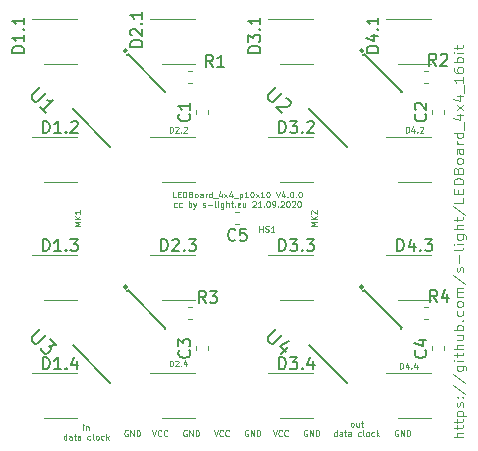
<source format=gto>
%TF.GenerationSoftware,KiCad,Pcbnew,5.99.0-unknown-652a59b78~104~ubuntu20.04.1*%
%TF.CreationDate,2020-09-21T15:47:38+02:00*%
%TF.ProjectId,LEDBoard_4x4_16bit,4c454442-6f61-4726-945f-3478345f3136,4.0.0*%
%TF.SameCoordinates,Original*%
%TF.FileFunction,Legend,Top*%
%TF.FilePolarity,Positive*%
%FSLAX46Y46*%
G04 Gerber Fmt 4.6, Leading zero omitted, Abs format (unit mm)*
G04 Created by KiCad (PCBNEW 5.99.0-unknown-652a59b78~104~ubuntu20.04.1) date 2020-09-21 15:47:38*
%MOMM*%
%LPD*%
G01*
G04 APERTURE LIST*
%ADD10C,0.100000*%
%ADD11C,0.125000*%
%ADD12C,0.150000*%
%ADD13C,0.200000*%
%ADD14C,0.120000*%
G04 APERTURE END LIST*
D10*
X68000000Y-85926190D02*
X68166666Y-86426190D01*
X68333333Y-85926190D01*
X68785714Y-86378571D02*
X68761904Y-86402380D01*
X68690476Y-86426190D01*
X68642857Y-86426190D01*
X68571428Y-86402380D01*
X68523809Y-86354761D01*
X68500000Y-86307142D01*
X68476190Y-86211904D01*
X68476190Y-86140476D01*
X68500000Y-86045238D01*
X68523809Y-85997619D01*
X68571428Y-85950000D01*
X68642857Y-85926190D01*
X68690476Y-85926190D01*
X68761904Y-85950000D01*
X68785714Y-85973809D01*
X69285714Y-86378571D02*
X69261904Y-86402380D01*
X69190476Y-86426190D01*
X69142857Y-86426190D01*
X69071428Y-86402380D01*
X69023809Y-86354761D01*
X69000000Y-86307142D01*
X68976190Y-86211904D01*
X68976190Y-86140476D01*
X69000000Y-86045238D01*
X69023809Y-85997619D01*
X69071428Y-85950000D01*
X69142857Y-85926190D01*
X69190476Y-85926190D01*
X69261904Y-85950000D01*
X69285714Y-85973809D01*
X70904761Y-85950000D02*
X70857142Y-85926190D01*
X70785714Y-85926190D01*
X70714285Y-85950000D01*
X70666666Y-85997619D01*
X70642857Y-86045238D01*
X70619047Y-86140476D01*
X70619047Y-86211904D01*
X70642857Y-86307142D01*
X70666666Y-86354761D01*
X70714285Y-86402380D01*
X70785714Y-86426190D01*
X70833333Y-86426190D01*
X70904761Y-86402380D01*
X70928571Y-86378571D01*
X70928571Y-86211904D01*
X70833333Y-86211904D01*
X71142857Y-86426190D02*
X71142857Y-85926190D01*
X71428571Y-86426190D01*
X71428571Y-85926190D01*
X71666666Y-86426190D02*
X71666666Y-85926190D01*
X71785714Y-85926190D01*
X71857142Y-85950000D01*
X71904761Y-85997619D01*
X71928571Y-86045238D01*
X71952380Y-86140476D01*
X71952380Y-86211904D01*
X71928571Y-86307142D01*
X71904761Y-86354761D01*
X71857142Y-86402380D01*
X71785714Y-86426190D01*
X71666666Y-86426190D01*
X73000000Y-85926190D02*
X73166666Y-86426190D01*
X73333333Y-85926190D01*
X73785714Y-86378571D02*
X73761904Y-86402380D01*
X73690476Y-86426190D01*
X73642857Y-86426190D01*
X73571428Y-86402380D01*
X73523809Y-86354761D01*
X73500000Y-86307142D01*
X73476190Y-86211904D01*
X73476190Y-86140476D01*
X73500000Y-86045238D01*
X73523809Y-85997619D01*
X73571428Y-85950000D01*
X73642857Y-85926190D01*
X73690476Y-85926190D01*
X73761904Y-85950000D01*
X73785714Y-85973809D01*
X74285714Y-86378571D02*
X74261904Y-86402380D01*
X74190476Y-86426190D01*
X74142857Y-86426190D01*
X74071428Y-86402380D01*
X74023809Y-86354761D01*
X74000000Y-86307142D01*
X73976190Y-86211904D01*
X73976190Y-86140476D01*
X74000000Y-86045238D01*
X74023809Y-85997619D01*
X74071428Y-85950000D01*
X74142857Y-85926190D01*
X74190476Y-85926190D01*
X74261904Y-85950000D01*
X74285714Y-85973809D01*
X75904761Y-85950000D02*
X75857142Y-85926190D01*
X75785714Y-85926190D01*
X75714285Y-85950000D01*
X75666666Y-85997619D01*
X75642857Y-86045238D01*
X75619047Y-86140476D01*
X75619047Y-86211904D01*
X75642857Y-86307142D01*
X75666666Y-86354761D01*
X75714285Y-86402380D01*
X75785714Y-86426190D01*
X75833333Y-86426190D01*
X75904761Y-86402380D01*
X75928571Y-86378571D01*
X75928571Y-86211904D01*
X75833333Y-86211904D01*
X76142857Y-86426190D02*
X76142857Y-85926190D01*
X76428571Y-86426190D01*
X76428571Y-85926190D01*
X76666666Y-86426190D02*
X76666666Y-85926190D01*
X76785714Y-85926190D01*
X76857142Y-85950000D01*
X76904761Y-85997619D01*
X76928571Y-86045238D01*
X76952380Y-86140476D01*
X76952380Y-86211904D01*
X76928571Y-86307142D01*
X76904761Y-86354761D01*
X76857142Y-86402380D01*
X76785714Y-86426190D01*
X76666666Y-86426190D01*
X79695238Y-85623690D02*
X79647619Y-85599880D01*
X79623809Y-85576071D01*
X79600000Y-85528452D01*
X79600000Y-85385595D01*
X79623809Y-85337976D01*
X79647619Y-85314166D01*
X79695238Y-85290357D01*
X79766666Y-85290357D01*
X79814285Y-85314166D01*
X79838095Y-85337976D01*
X79861904Y-85385595D01*
X79861904Y-85528452D01*
X79838095Y-85576071D01*
X79814285Y-85599880D01*
X79766666Y-85623690D01*
X79695238Y-85623690D01*
X80290476Y-85290357D02*
X80290476Y-85623690D01*
X80076190Y-85290357D02*
X80076190Y-85552261D01*
X80100000Y-85599880D01*
X80147619Y-85623690D01*
X80219047Y-85623690D01*
X80266666Y-85599880D01*
X80290476Y-85576071D01*
X80457142Y-85290357D02*
X80647619Y-85290357D01*
X80528571Y-85123690D02*
X80528571Y-85552261D01*
X80552380Y-85599880D01*
X80600000Y-85623690D01*
X80647619Y-85623690D01*
X78433333Y-86428690D02*
X78433333Y-85928690D01*
X78433333Y-86404880D02*
X78385714Y-86428690D01*
X78290476Y-86428690D01*
X78242857Y-86404880D01*
X78219047Y-86381071D01*
X78195238Y-86333452D01*
X78195238Y-86190595D01*
X78219047Y-86142976D01*
X78242857Y-86119166D01*
X78290476Y-86095357D01*
X78385714Y-86095357D01*
X78433333Y-86119166D01*
X78885714Y-86428690D02*
X78885714Y-86166785D01*
X78861904Y-86119166D01*
X78814285Y-86095357D01*
X78719047Y-86095357D01*
X78671428Y-86119166D01*
X78885714Y-86404880D02*
X78838095Y-86428690D01*
X78719047Y-86428690D01*
X78671428Y-86404880D01*
X78647619Y-86357261D01*
X78647619Y-86309642D01*
X78671428Y-86262023D01*
X78719047Y-86238214D01*
X78838095Y-86238214D01*
X78885714Y-86214404D01*
X79052380Y-86095357D02*
X79242857Y-86095357D01*
X79123809Y-85928690D02*
X79123809Y-86357261D01*
X79147619Y-86404880D01*
X79195238Y-86428690D01*
X79242857Y-86428690D01*
X79623809Y-86428690D02*
X79623809Y-86166785D01*
X79600000Y-86119166D01*
X79552380Y-86095357D01*
X79457142Y-86095357D01*
X79409523Y-86119166D01*
X79623809Y-86404880D02*
X79576190Y-86428690D01*
X79457142Y-86428690D01*
X79409523Y-86404880D01*
X79385714Y-86357261D01*
X79385714Y-86309642D01*
X79409523Y-86262023D01*
X79457142Y-86238214D01*
X79576190Y-86238214D01*
X79623809Y-86214404D01*
X80457142Y-86404880D02*
X80409523Y-86428690D01*
X80314285Y-86428690D01*
X80266666Y-86404880D01*
X80242857Y-86381071D01*
X80219047Y-86333452D01*
X80219047Y-86190595D01*
X80242857Y-86142976D01*
X80266666Y-86119166D01*
X80314285Y-86095357D01*
X80409523Y-86095357D01*
X80457142Y-86119166D01*
X80742857Y-86428690D02*
X80695238Y-86404880D01*
X80671428Y-86357261D01*
X80671428Y-85928690D01*
X81004761Y-86428690D02*
X80957142Y-86404880D01*
X80933333Y-86381071D01*
X80909523Y-86333452D01*
X80909523Y-86190595D01*
X80933333Y-86142976D01*
X80957142Y-86119166D01*
X81004761Y-86095357D01*
X81076190Y-86095357D01*
X81123809Y-86119166D01*
X81147619Y-86142976D01*
X81171428Y-86190595D01*
X81171428Y-86333452D01*
X81147619Y-86381071D01*
X81123809Y-86404880D01*
X81076190Y-86428690D01*
X81004761Y-86428690D01*
X81600000Y-86404880D02*
X81552380Y-86428690D01*
X81457142Y-86428690D01*
X81409523Y-86404880D01*
X81385714Y-86381071D01*
X81361904Y-86333452D01*
X81361904Y-86190595D01*
X81385714Y-86142976D01*
X81409523Y-86119166D01*
X81457142Y-86095357D01*
X81552380Y-86095357D01*
X81600000Y-86119166D01*
X81814285Y-86428690D02*
X81814285Y-85928690D01*
X81861904Y-86238214D02*
X82004761Y-86428690D01*
X82004761Y-86095357D02*
X81814285Y-86285833D01*
X56973809Y-85923690D02*
X56973809Y-85590357D01*
X56973809Y-85423690D02*
X56950000Y-85447500D01*
X56973809Y-85471309D01*
X56997619Y-85447500D01*
X56973809Y-85423690D01*
X56973809Y-85471309D01*
X57211904Y-85590357D02*
X57211904Y-85923690D01*
X57211904Y-85637976D02*
X57235714Y-85614166D01*
X57283333Y-85590357D01*
X57354761Y-85590357D01*
X57402380Y-85614166D01*
X57426190Y-85661785D01*
X57426190Y-85923690D01*
X55533333Y-86728690D02*
X55533333Y-86228690D01*
X55533333Y-86704880D02*
X55485714Y-86728690D01*
X55390476Y-86728690D01*
X55342857Y-86704880D01*
X55319047Y-86681071D01*
X55295238Y-86633452D01*
X55295238Y-86490595D01*
X55319047Y-86442976D01*
X55342857Y-86419166D01*
X55390476Y-86395357D01*
X55485714Y-86395357D01*
X55533333Y-86419166D01*
X55985714Y-86728690D02*
X55985714Y-86466785D01*
X55961904Y-86419166D01*
X55914285Y-86395357D01*
X55819047Y-86395357D01*
X55771428Y-86419166D01*
X55985714Y-86704880D02*
X55938095Y-86728690D01*
X55819047Y-86728690D01*
X55771428Y-86704880D01*
X55747619Y-86657261D01*
X55747619Y-86609642D01*
X55771428Y-86562023D01*
X55819047Y-86538214D01*
X55938095Y-86538214D01*
X55985714Y-86514404D01*
X56152380Y-86395357D02*
X56342857Y-86395357D01*
X56223809Y-86228690D02*
X56223809Y-86657261D01*
X56247619Y-86704880D01*
X56295238Y-86728690D01*
X56342857Y-86728690D01*
X56723809Y-86728690D02*
X56723809Y-86466785D01*
X56700000Y-86419166D01*
X56652380Y-86395357D01*
X56557142Y-86395357D01*
X56509523Y-86419166D01*
X56723809Y-86704880D02*
X56676190Y-86728690D01*
X56557142Y-86728690D01*
X56509523Y-86704880D01*
X56485714Y-86657261D01*
X56485714Y-86609642D01*
X56509523Y-86562023D01*
X56557142Y-86538214D01*
X56676190Y-86538214D01*
X56723809Y-86514404D01*
X57557142Y-86704880D02*
X57509523Y-86728690D01*
X57414285Y-86728690D01*
X57366666Y-86704880D01*
X57342857Y-86681071D01*
X57319047Y-86633452D01*
X57319047Y-86490595D01*
X57342857Y-86442976D01*
X57366666Y-86419166D01*
X57414285Y-86395357D01*
X57509523Y-86395357D01*
X57557142Y-86419166D01*
X57842857Y-86728690D02*
X57795238Y-86704880D01*
X57771428Y-86657261D01*
X57771428Y-86228690D01*
X58104761Y-86728690D02*
X58057142Y-86704880D01*
X58033333Y-86681071D01*
X58009523Y-86633452D01*
X58009523Y-86490595D01*
X58033333Y-86442976D01*
X58057142Y-86419166D01*
X58104761Y-86395357D01*
X58176190Y-86395357D01*
X58223809Y-86419166D01*
X58247619Y-86442976D01*
X58271428Y-86490595D01*
X58271428Y-86633452D01*
X58247619Y-86681071D01*
X58223809Y-86704880D01*
X58176190Y-86728690D01*
X58104761Y-86728690D01*
X58700000Y-86704880D02*
X58652380Y-86728690D01*
X58557142Y-86728690D01*
X58509523Y-86704880D01*
X58485714Y-86681071D01*
X58461904Y-86633452D01*
X58461904Y-86490595D01*
X58485714Y-86442976D01*
X58509523Y-86419166D01*
X58557142Y-86395357D01*
X58652380Y-86395357D01*
X58700000Y-86419166D01*
X58914285Y-86728690D02*
X58914285Y-86228690D01*
X58961904Y-86538214D02*
X59104761Y-86728690D01*
X59104761Y-86395357D02*
X58914285Y-86585833D01*
X64797619Y-66223690D02*
X64559523Y-66223690D01*
X64559523Y-65723690D01*
X64964285Y-65961785D02*
X65130952Y-65961785D01*
X65202380Y-66223690D02*
X64964285Y-66223690D01*
X64964285Y-65723690D01*
X65202380Y-65723690D01*
X65416666Y-66223690D02*
X65416666Y-65723690D01*
X65535714Y-65723690D01*
X65607142Y-65747500D01*
X65654761Y-65795119D01*
X65678571Y-65842738D01*
X65702380Y-65937976D01*
X65702380Y-66009404D01*
X65678571Y-66104642D01*
X65654761Y-66152261D01*
X65607142Y-66199880D01*
X65535714Y-66223690D01*
X65416666Y-66223690D01*
X66083333Y-65961785D02*
X66154761Y-65985595D01*
X66178571Y-66009404D01*
X66202380Y-66057023D01*
X66202380Y-66128452D01*
X66178571Y-66176071D01*
X66154761Y-66199880D01*
X66107142Y-66223690D01*
X65916666Y-66223690D01*
X65916666Y-65723690D01*
X66083333Y-65723690D01*
X66130952Y-65747500D01*
X66154761Y-65771309D01*
X66178571Y-65818928D01*
X66178571Y-65866547D01*
X66154761Y-65914166D01*
X66130952Y-65937976D01*
X66083333Y-65961785D01*
X65916666Y-65961785D01*
X66488095Y-66223690D02*
X66440476Y-66199880D01*
X66416666Y-66176071D01*
X66392857Y-66128452D01*
X66392857Y-65985595D01*
X66416666Y-65937976D01*
X66440476Y-65914166D01*
X66488095Y-65890357D01*
X66559523Y-65890357D01*
X66607142Y-65914166D01*
X66630952Y-65937976D01*
X66654761Y-65985595D01*
X66654761Y-66128452D01*
X66630952Y-66176071D01*
X66607142Y-66199880D01*
X66559523Y-66223690D01*
X66488095Y-66223690D01*
X67083333Y-66223690D02*
X67083333Y-65961785D01*
X67059523Y-65914166D01*
X67011904Y-65890357D01*
X66916666Y-65890357D01*
X66869047Y-65914166D01*
X67083333Y-66199880D02*
X67035714Y-66223690D01*
X66916666Y-66223690D01*
X66869047Y-66199880D01*
X66845238Y-66152261D01*
X66845238Y-66104642D01*
X66869047Y-66057023D01*
X66916666Y-66033214D01*
X67035714Y-66033214D01*
X67083333Y-66009404D01*
X67321428Y-66223690D02*
X67321428Y-65890357D01*
X67321428Y-65985595D02*
X67345238Y-65937976D01*
X67369047Y-65914166D01*
X67416666Y-65890357D01*
X67464285Y-65890357D01*
X67845238Y-66223690D02*
X67845238Y-65723690D01*
X67845238Y-66199880D02*
X67797619Y-66223690D01*
X67702380Y-66223690D01*
X67654761Y-66199880D01*
X67630952Y-66176071D01*
X67607142Y-66128452D01*
X67607142Y-65985595D01*
X67630952Y-65937976D01*
X67654761Y-65914166D01*
X67702380Y-65890357D01*
X67797619Y-65890357D01*
X67845238Y-65914166D01*
X67964285Y-66271309D02*
X68345238Y-66271309D01*
X68678571Y-65890357D02*
X68678571Y-66223690D01*
X68559523Y-65699880D02*
X68440476Y-66057023D01*
X68750000Y-66057023D01*
X68892857Y-66223690D02*
X69154761Y-65890357D01*
X68892857Y-65890357D02*
X69154761Y-66223690D01*
X69559523Y-65890357D02*
X69559523Y-66223690D01*
X69440476Y-65699880D02*
X69321428Y-66057023D01*
X69630952Y-66057023D01*
X69702380Y-66271309D02*
X70083333Y-66271309D01*
X70202380Y-65890357D02*
X70202380Y-66390357D01*
X70202380Y-65914166D02*
X70250000Y-65890357D01*
X70345238Y-65890357D01*
X70392857Y-65914166D01*
X70416666Y-65937976D01*
X70440476Y-65985595D01*
X70440476Y-66128452D01*
X70416666Y-66176071D01*
X70392857Y-66199880D01*
X70345238Y-66223690D01*
X70250000Y-66223690D01*
X70202380Y-66199880D01*
X70916666Y-66223690D02*
X70630952Y-66223690D01*
X70773809Y-66223690D02*
X70773809Y-65723690D01*
X70726190Y-65795119D01*
X70678571Y-65842738D01*
X70630952Y-65866547D01*
X71226190Y-65723690D02*
X71273809Y-65723690D01*
X71321428Y-65747500D01*
X71345238Y-65771309D01*
X71369047Y-65818928D01*
X71392857Y-65914166D01*
X71392857Y-66033214D01*
X71369047Y-66128452D01*
X71345238Y-66176071D01*
X71321428Y-66199880D01*
X71273809Y-66223690D01*
X71226190Y-66223690D01*
X71178571Y-66199880D01*
X71154761Y-66176071D01*
X71130952Y-66128452D01*
X71107142Y-66033214D01*
X71107142Y-65914166D01*
X71130952Y-65818928D01*
X71154761Y-65771309D01*
X71178571Y-65747500D01*
X71226190Y-65723690D01*
X71559523Y-66223690D02*
X71821428Y-65890357D01*
X71559523Y-65890357D02*
X71821428Y-66223690D01*
X72273809Y-66223690D02*
X71988095Y-66223690D01*
X72130952Y-66223690D02*
X72130952Y-65723690D01*
X72083333Y-65795119D01*
X72035714Y-65842738D01*
X71988095Y-65866547D01*
X72583333Y-65723690D02*
X72630952Y-65723690D01*
X72678571Y-65747500D01*
X72702380Y-65771309D01*
X72726190Y-65818928D01*
X72750000Y-65914166D01*
X72750000Y-66033214D01*
X72726190Y-66128452D01*
X72702380Y-66176071D01*
X72678571Y-66199880D01*
X72630952Y-66223690D01*
X72583333Y-66223690D01*
X72535714Y-66199880D01*
X72511904Y-66176071D01*
X72488095Y-66128452D01*
X72464285Y-66033214D01*
X72464285Y-65914166D01*
X72488095Y-65818928D01*
X72511904Y-65771309D01*
X72535714Y-65747500D01*
X72583333Y-65723690D01*
X73273809Y-65723690D02*
X73440476Y-66223690D01*
X73607142Y-65723690D01*
X73988095Y-65890357D02*
X73988095Y-66223690D01*
X73869047Y-65699880D02*
X73750000Y-66057023D01*
X74059523Y-66057023D01*
X74250000Y-66176071D02*
X74273809Y-66199880D01*
X74250000Y-66223690D01*
X74226190Y-66199880D01*
X74250000Y-66176071D01*
X74250000Y-66223690D01*
X74583333Y-65723690D02*
X74630952Y-65723690D01*
X74678571Y-65747500D01*
X74702380Y-65771309D01*
X74726190Y-65818928D01*
X74750000Y-65914166D01*
X74750000Y-66033214D01*
X74726190Y-66128452D01*
X74702380Y-66176071D01*
X74678571Y-66199880D01*
X74630952Y-66223690D01*
X74583333Y-66223690D01*
X74535714Y-66199880D01*
X74511904Y-66176071D01*
X74488095Y-66128452D01*
X74464285Y-66033214D01*
X74464285Y-65914166D01*
X74488095Y-65818928D01*
X74511904Y-65771309D01*
X74535714Y-65747500D01*
X74583333Y-65723690D01*
X74964285Y-66176071D02*
X74988095Y-66199880D01*
X74964285Y-66223690D01*
X74940476Y-66199880D01*
X74964285Y-66176071D01*
X74964285Y-66223690D01*
X75297619Y-65723690D02*
X75345238Y-65723690D01*
X75392857Y-65747500D01*
X75416666Y-65771309D01*
X75440476Y-65818928D01*
X75464285Y-65914166D01*
X75464285Y-66033214D01*
X75440476Y-66128452D01*
X75416666Y-66176071D01*
X75392857Y-66199880D01*
X75345238Y-66223690D01*
X75297619Y-66223690D01*
X75250000Y-66199880D01*
X75226190Y-66176071D01*
X75202380Y-66128452D01*
X75178571Y-66033214D01*
X75178571Y-65914166D01*
X75202380Y-65818928D01*
X75226190Y-65771309D01*
X75250000Y-65747500D01*
X75297619Y-65723690D01*
X64857142Y-67004880D02*
X64809523Y-67028690D01*
X64714285Y-67028690D01*
X64666666Y-67004880D01*
X64642857Y-66981071D01*
X64619047Y-66933452D01*
X64619047Y-66790595D01*
X64642857Y-66742976D01*
X64666666Y-66719166D01*
X64714285Y-66695357D01*
X64809523Y-66695357D01*
X64857142Y-66719166D01*
X65285714Y-67004880D02*
X65238095Y-67028690D01*
X65142857Y-67028690D01*
X65095238Y-67004880D01*
X65071428Y-66981071D01*
X65047619Y-66933452D01*
X65047619Y-66790595D01*
X65071428Y-66742976D01*
X65095238Y-66719166D01*
X65142857Y-66695357D01*
X65238095Y-66695357D01*
X65285714Y-66719166D01*
X65880952Y-67028690D02*
X65880952Y-66528690D01*
X65880952Y-66719166D02*
X65928571Y-66695357D01*
X66023809Y-66695357D01*
X66071428Y-66719166D01*
X66095238Y-66742976D01*
X66119047Y-66790595D01*
X66119047Y-66933452D01*
X66095238Y-66981071D01*
X66071428Y-67004880D01*
X66023809Y-67028690D01*
X65928571Y-67028690D01*
X65880952Y-67004880D01*
X66285714Y-66695357D02*
X66404761Y-67028690D01*
X66523809Y-66695357D02*
X66404761Y-67028690D01*
X66357142Y-67147738D01*
X66333333Y-67171547D01*
X66285714Y-67195357D01*
X67071428Y-67004880D02*
X67119047Y-67028690D01*
X67214285Y-67028690D01*
X67261904Y-67004880D01*
X67285714Y-66957261D01*
X67285714Y-66933452D01*
X67261904Y-66885833D01*
X67214285Y-66862023D01*
X67142857Y-66862023D01*
X67095238Y-66838214D01*
X67071428Y-66790595D01*
X67071428Y-66766785D01*
X67095238Y-66719166D01*
X67142857Y-66695357D01*
X67214285Y-66695357D01*
X67261904Y-66719166D01*
X67500000Y-66838214D02*
X67880952Y-66838214D01*
X68190476Y-67028690D02*
X68142857Y-67004880D01*
X68119047Y-66957261D01*
X68119047Y-66528690D01*
X68380952Y-67028690D02*
X68380952Y-66695357D01*
X68380952Y-66528690D02*
X68357142Y-66552500D01*
X68380952Y-66576309D01*
X68404761Y-66552500D01*
X68380952Y-66528690D01*
X68380952Y-66576309D01*
X68833333Y-66695357D02*
X68833333Y-67100119D01*
X68809523Y-67147738D01*
X68785714Y-67171547D01*
X68738095Y-67195357D01*
X68666666Y-67195357D01*
X68619047Y-67171547D01*
X68833333Y-67004880D02*
X68785714Y-67028690D01*
X68690476Y-67028690D01*
X68642857Y-67004880D01*
X68619047Y-66981071D01*
X68595238Y-66933452D01*
X68595238Y-66790595D01*
X68619047Y-66742976D01*
X68642857Y-66719166D01*
X68690476Y-66695357D01*
X68785714Y-66695357D01*
X68833333Y-66719166D01*
X69071428Y-67028690D02*
X69071428Y-66528690D01*
X69285714Y-67028690D02*
X69285714Y-66766785D01*
X69261904Y-66719166D01*
X69214285Y-66695357D01*
X69142857Y-66695357D01*
X69095238Y-66719166D01*
X69071428Y-66742976D01*
X69452380Y-66695357D02*
X69642857Y-66695357D01*
X69523809Y-66528690D02*
X69523809Y-66957261D01*
X69547619Y-67004880D01*
X69595238Y-67028690D01*
X69642857Y-67028690D01*
X69809523Y-66981071D02*
X69833333Y-67004880D01*
X69809523Y-67028690D01*
X69785714Y-67004880D01*
X69809523Y-66981071D01*
X69809523Y-67028690D01*
X70238095Y-67004880D02*
X70190476Y-67028690D01*
X70095238Y-67028690D01*
X70047619Y-67004880D01*
X70023809Y-66957261D01*
X70023809Y-66766785D01*
X70047619Y-66719166D01*
X70095238Y-66695357D01*
X70190476Y-66695357D01*
X70238095Y-66719166D01*
X70261904Y-66766785D01*
X70261904Y-66814404D01*
X70023809Y-66862023D01*
X70690476Y-66695357D02*
X70690476Y-67028690D01*
X70476190Y-66695357D02*
X70476190Y-66957261D01*
X70500000Y-67004880D01*
X70547619Y-67028690D01*
X70619047Y-67028690D01*
X70666666Y-67004880D01*
X70690476Y-66981071D01*
X71285714Y-66576309D02*
X71309523Y-66552500D01*
X71357142Y-66528690D01*
X71476190Y-66528690D01*
X71523809Y-66552500D01*
X71547619Y-66576309D01*
X71571428Y-66623928D01*
X71571428Y-66671547D01*
X71547619Y-66742976D01*
X71261904Y-67028690D01*
X71571428Y-67028690D01*
X72047619Y-67028690D02*
X71761904Y-67028690D01*
X71904761Y-67028690D02*
X71904761Y-66528690D01*
X71857142Y-66600119D01*
X71809523Y-66647738D01*
X71761904Y-66671547D01*
X72261904Y-66981071D02*
X72285714Y-67004880D01*
X72261904Y-67028690D01*
X72238095Y-67004880D01*
X72261904Y-66981071D01*
X72261904Y-67028690D01*
X72595238Y-66528690D02*
X72642857Y-66528690D01*
X72690476Y-66552500D01*
X72714285Y-66576309D01*
X72738095Y-66623928D01*
X72761904Y-66719166D01*
X72761904Y-66838214D01*
X72738095Y-66933452D01*
X72714285Y-66981071D01*
X72690476Y-67004880D01*
X72642857Y-67028690D01*
X72595238Y-67028690D01*
X72547619Y-67004880D01*
X72523809Y-66981071D01*
X72500000Y-66933452D01*
X72476190Y-66838214D01*
X72476190Y-66719166D01*
X72500000Y-66623928D01*
X72523809Y-66576309D01*
X72547619Y-66552500D01*
X72595238Y-66528690D01*
X73000000Y-67028690D02*
X73095238Y-67028690D01*
X73142857Y-67004880D01*
X73166666Y-66981071D01*
X73214285Y-66909642D01*
X73238095Y-66814404D01*
X73238095Y-66623928D01*
X73214285Y-66576309D01*
X73190476Y-66552500D01*
X73142857Y-66528690D01*
X73047619Y-66528690D01*
X73000000Y-66552500D01*
X72976190Y-66576309D01*
X72952380Y-66623928D01*
X72952380Y-66742976D01*
X72976190Y-66790595D01*
X73000000Y-66814404D01*
X73047619Y-66838214D01*
X73142857Y-66838214D01*
X73190476Y-66814404D01*
X73214285Y-66790595D01*
X73238095Y-66742976D01*
X73452380Y-66981071D02*
X73476190Y-67004880D01*
X73452380Y-67028690D01*
X73428571Y-67004880D01*
X73452380Y-66981071D01*
X73452380Y-67028690D01*
X73666666Y-66576309D02*
X73690476Y-66552500D01*
X73738095Y-66528690D01*
X73857142Y-66528690D01*
X73904761Y-66552500D01*
X73928571Y-66576309D01*
X73952380Y-66623928D01*
X73952380Y-66671547D01*
X73928571Y-66742976D01*
X73642857Y-67028690D01*
X73952380Y-67028690D01*
X74261904Y-66528690D02*
X74309523Y-66528690D01*
X74357142Y-66552500D01*
X74380952Y-66576309D01*
X74404761Y-66623928D01*
X74428571Y-66719166D01*
X74428571Y-66838214D01*
X74404761Y-66933452D01*
X74380952Y-66981071D01*
X74357142Y-67004880D01*
X74309523Y-67028690D01*
X74261904Y-67028690D01*
X74214285Y-67004880D01*
X74190476Y-66981071D01*
X74166666Y-66933452D01*
X74142857Y-66838214D01*
X74142857Y-66719166D01*
X74166666Y-66623928D01*
X74190476Y-66576309D01*
X74214285Y-66552500D01*
X74261904Y-66528690D01*
X74619047Y-66576309D02*
X74642857Y-66552500D01*
X74690476Y-66528690D01*
X74809523Y-66528690D01*
X74857142Y-66552500D01*
X74880952Y-66576309D01*
X74904761Y-66623928D01*
X74904761Y-66671547D01*
X74880952Y-66742976D01*
X74595238Y-67028690D01*
X74904761Y-67028690D01*
X75214285Y-66528690D02*
X75261904Y-66528690D01*
X75309523Y-66552500D01*
X75333333Y-66576309D01*
X75357142Y-66623928D01*
X75380952Y-66719166D01*
X75380952Y-66838214D01*
X75357142Y-66933452D01*
X75333333Y-66981071D01*
X75309523Y-67004880D01*
X75261904Y-67028690D01*
X75214285Y-67028690D01*
X75166666Y-67004880D01*
X75142857Y-66981071D01*
X75119047Y-66933452D01*
X75095238Y-66838214D01*
X75095238Y-66719166D01*
X75119047Y-66623928D01*
X75142857Y-66576309D01*
X75166666Y-66552500D01*
X75214285Y-66528690D01*
X83619047Y-85950000D02*
X83571428Y-85926190D01*
X83500000Y-85926190D01*
X83428571Y-85950000D01*
X83380952Y-85997619D01*
X83357142Y-86045238D01*
X83333333Y-86140476D01*
X83333333Y-86211904D01*
X83357142Y-86307142D01*
X83380952Y-86354761D01*
X83428571Y-86402380D01*
X83500000Y-86426190D01*
X83547619Y-86426190D01*
X83619047Y-86402380D01*
X83642857Y-86378571D01*
X83642857Y-86211904D01*
X83547619Y-86211904D01*
X83857142Y-86426190D02*
X83857142Y-85926190D01*
X84142857Y-86426190D01*
X84142857Y-85926190D01*
X84380952Y-86426190D02*
X84380952Y-85926190D01*
X84500000Y-85926190D01*
X84571428Y-85950000D01*
X84619047Y-85997619D01*
X84642857Y-86045238D01*
X84666666Y-86140476D01*
X84666666Y-86211904D01*
X84642857Y-86307142D01*
X84619047Y-86354761D01*
X84571428Y-86402380D01*
X84500000Y-86426190D01*
X84380952Y-86426190D01*
X60719047Y-85950000D02*
X60671428Y-85926190D01*
X60600000Y-85926190D01*
X60528571Y-85950000D01*
X60480952Y-85997619D01*
X60457142Y-86045238D01*
X60433333Y-86140476D01*
X60433333Y-86211904D01*
X60457142Y-86307142D01*
X60480952Y-86354761D01*
X60528571Y-86402380D01*
X60600000Y-86426190D01*
X60647619Y-86426190D01*
X60719047Y-86402380D01*
X60742857Y-86378571D01*
X60742857Y-86211904D01*
X60647619Y-86211904D01*
X60957142Y-86426190D02*
X60957142Y-85926190D01*
X61242857Y-86426190D01*
X61242857Y-85926190D01*
X61480952Y-86426190D02*
X61480952Y-85926190D01*
X61600000Y-85926190D01*
X61671428Y-85950000D01*
X61719047Y-85997619D01*
X61742857Y-86045238D01*
X61766666Y-86140476D01*
X61766666Y-86211904D01*
X61742857Y-86307142D01*
X61719047Y-86354761D01*
X61671428Y-86402380D01*
X61600000Y-86426190D01*
X61480952Y-86426190D01*
X62800000Y-85926190D02*
X62966666Y-86426190D01*
X63133333Y-85926190D01*
X63585714Y-86378571D02*
X63561904Y-86402380D01*
X63490476Y-86426190D01*
X63442857Y-86426190D01*
X63371428Y-86402380D01*
X63323809Y-86354761D01*
X63300000Y-86307142D01*
X63276190Y-86211904D01*
X63276190Y-86140476D01*
X63300000Y-86045238D01*
X63323809Y-85997619D01*
X63371428Y-85950000D01*
X63442857Y-85926190D01*
X63490476Y-85926190D01*
X63561904Y-85950000D01*
X63585714Y-85973809D01*
X64085714Y-86378571D02*
X64061904Y-86402380D01*
X63990476Y-86426190D01*
X63942857Y-86426190D01*
X63871428Y-86402380D01*
X63823809Y-86354761D01*
X63800000Y-86307142D01*
X63776190Y-86211904D01*
X63776190Y-86140476D01*
X63800000Y-86045238D01*
X63823809Y-85997619D01*
X63871428Y-85950000D01*
X63942857Y-85926190D01*
X63990476Y-85926190D01*
X64061904Y-85950000D01*
X64085714Y-85973809D01*
X65704761Y-85950000D02*
X65657142Y-85926190D01*
X65585714Y-85926190D01*
X65514285Y-85950000D01*
X65466666Y-85997619D01*
X65442857Y-86045238D01*
X65419047Y-86140476D01*
X65419047Y-86211904D01*
X65442857Y-86307142D01*
X65466666Y-86354761D01*
X65514285Y-86402380D01*
X65585714Y-86426190D01*
X65633333Y-86426190D01*
X65704761Y-86402380D01*
X65728571Y-86378571D01*
X65728571Y-86211904D01*
X65633333Y-86211904D01*
X65942857Y-86426190D02*
X65942857Y-85926190D01*
X66228571Y-86426190D01*
X66228571Y-85926190D01*
X66466666Y-86426190D02*
X66466666Y-85926190D01*
X66585714Y-85926190D01*
X66657142Y-85950000D01*
X66704761Y-85997619D01*
X66728571Y-86045238D01*
X66752380Y-86140476D01*
X66752380Y-86211904D01*
X66728571Y-86307142D01*
X66704761Y-86354761D01*
X66657142Y-86402380D01*
X66585714Y-86426190D01*
X66466666Y-86426190D01*
X89111904Y-86542857D02*
X88311904Y-86542857D01*
X89111904Y-86157142D02*
X88692857Y-86157142D01*
X88616666Y-86200000D01*
X88578571Y-86285714D01*
X88578571Y-86414285D01*
X88616666Y-86500000D01*
X88654761Y-86542857D01*
X88578571Y-85857142D02*
X88578571Y-85514285D01*
X88311904Y-85728571D02*
X88997619Y-85728571D01*
X89073809Y-85685714D01*
X89111904Y-85600000D01*
X89111904Y-85514285D01*
X88578571Y-85342857D02*
X88578571Y-85000000D01*
X88311904Y-85214285D02*
X88997619Y-85214285D01*
X89073809Y-85171428D01*
X89111904Y-85085714D01*
X89111904Y-85000000D01*
X88578571Y-84700000D02*
X89378571Y-84700000D01*
X88616666Y-84700000D02*
X88578571Y-84614285D01*
X88578571Y-84442857D01*
X88616666Y-84357142D01*
X88654761Y-84314285D01*
X88730952Y-84271428D01*
X88959523Y-84271428D01*
X89035714Y-84314285D01*
X89073809Y-84357142D01*
X89111904Y-84442857D01*
X89111904Y-84614285D01*
X89073809Y-84700000D01*
X89073809Y-83928571D02*
X89111904Y-83842857D01*
X89111904Y-83671428D01*
X89073809Y-83585714D01*
X88997619Y-83542857D01*
X88959523Y-83542857D01*
X88883333Y-83585714D01*
X88845238Y-83671428D01*
X88845238Y-83800000D01*
X88807142Y-83885714D01*
X88730952Y-83928571D01*
X88692857Y-83928571D01*
X88616666Y-83885714D01*
X88578571Y-83800000D01*
X88578571Y-83671428D01*
X88616666Y-83585714D01*
X89035714Y-83157142D02*
X89073809Y-83114285D01*
X89111904Y-83157142D01*
X89073809Y-83200000D01*
X89035714Y-83157142D01*
X89111904Y-83157142D01*
X88616666Y-83157142D02*
X88654761Y-83114285D01*
X88692857Y-83157142D01*
X88654761Y-83200000D01*
X88616666Y-83157142D01*
X88692857Y-83157142D01*
X88273809Y-82085714D02*
X89302380Y-82857142D01*
X88273809Y-81142857D02*
X89302380Y-81914285D01*
X88578571Y-80457142D02*
X89226190Y-80457142D01*
X89302380Y-80500000D01*
X89340476Y-80542857D01*
X89378571Y-80628571D01*
X89378571Y-80757142D01*
X89340476Y-80842857D01*
X89073809Y-80457142D02*
X89111904Y-80542857D01*
X89111904Y-80714285D01*
X89073809Y-80800000D01*
X89035714Y-80842857D01*
X88959523Y-80885714D01*
X88730952Y-80885714D01*
X88654761Y-80842857D01*
X88616666Y-80800000D01*
X88578571Y-80714285D01*
X88578571Y-80542857D01*
X88616666Y-80457142D01*
X89111904Y-80028571D02*
X88578571Y-80028571D01*
X88311904Y-80028571D02*
X88350000Y-80071428D01*
X88388095Y-80028571D01*
X88350000Y-79985714D01*
X88311904Y-80028571D01*
X88388095Y-80028571D01*
X88578571Y-79728571D02*
X88578571Y-79385714D01*
X88311904Y-79600000D02*
X88997619Y-79600000D01*
X89073809Y-79557142D01*
X89111904Y-79471428D01*
X89111904Y-79385714D01*
X89111904Y-79085714D02*
X88311904Y-79085714D01*
X89111904Y-78700000D02*
X88692857Y-78700000D01*
X88616666Y-78742857D01*
X88578571Y-78828571D01*
X88578571Y-78957142D01*
X88616666Y-79042857D01*
X88654761Y-79085714D01*
X88578571Y-77885714D02*
X89111904Y-77885714D01*
X88578571Y-78271428D02*
X88997619Y-78271428D01*
X89073809Y-78228571D01*
X89111904Y-78142857D01*
X89111904Y-78014285D01*
X89073809Y-77928571D01*
X89035714Y-77885714D01*
X89111904Y-77457142D02*
X88311904Y-77457142D01*
X88616666Y-77457142D02*
X88578571Y-77371428D01*
X88578571Y-77200000D01*
X88616666Y-77114285D01*
X88654761Y-77071428D01*
X88730952Y-77028571D01*
X88959523Y-77028571D01*
X89035714Y-77071428D01*
X89073809Y-77114285D01*
X89111904Y-77200000D01*
X89111904Y-77371428D01*
X89073809Y-77457142D01*
X89035714Y-76642857D02*
X89073809Y-76600000D01*
X89111904Y-76642857D01*
X89073809Y-76685714D01*
X89035714Y-76642857D01*
X89111904Y-76642857D01*
X89073809Y-75828571D02*
X89111904Y-75914285D01*
X89111904Y-76085714D01*
X89073809Y-76171428D01*
X89035714Y-76214285D01*
X88959523Y-76257142D01*
X88730952Y-76257142D01*
X88654761Y-76214285D01*
X88616666Y-76171428D01*
X88578571Y-76085714D01*
X88578571Y-75914285D01*
X88616666Y-75828571D01*
X89111904Y-75314285D02*
X89073809Y-75400000D01*
X89035714Y-75442857D01*
X88959523Y-75485714D01*
X88730952Y-75485714D01*
X88654761Y-75442857D01*
X88616666Y-75400000D01*
X88578571Y-75314285D01*
X88578571Y-75185714D01*
X88616666Y-75100000D01*
X88654761Y-75057142D01*
X88730952Y-75014285D01*
X88959523Y-75014285D01*
X89035714Y-75057142D01*
X89073809Y-75100000D01*
X89111904Y-75185714D01*
X89111904Y-75314285D01*
X89111904Y-74628571D02*
X88578571Y-74628571D01*
X88654761Y-74628571D02*
X88616666Y-74585714D01*
X88578571Y-74500000D01*
X88578571Y-74371428D01*
X88616666Y-74285714D01*
X88692857Y-74242857D01*
X89111904Y-74242857D01*
X88692857Y-74242857D02*
X88616666Y-74200000D01*
X88578571Y-74114285D01*
X88578571Y-73985714D01*
X88616666Y-73900000D01*
X88692857Y-73857142D01*
X89111904Y-73857142D01*
X88273809Y-72785714D02*
X89302380Y-73557142D01*
X89073809Y-72528571D02*
X89111904Y-72442857D01*
X89111904Y-72271428D01*
X89073809Y-72185714D01*
X88997619Y-72142857D01*
X88959523Y-72142857D01*
X88883333Y-72185714D01*
X88845238Y-72271428D01*
X88845238Y-72400000D01*
X88807142Y-72485714D01*
X88730952Y-72528571D01*
X88692857Y-72528571D01*
X88616666Y-72485714D01*
X88578571Y-72400000D01*
X88578571Y-72271428D01*
X88616666Y-72185714D01*
X88807142Y-71757142D02*
X88807142Y-71071428D01*
X89111904Y-70514285D02*
X89073809Y-70600000D01*
X88997619Y-70642857D01*
X88311904Y-70642857D01*
X89111904Y-70171428D02*
X88578571Y-70171428D01*
X88311904Y-70171428D02*
X88350000Y-70214285D01*
X88388095Y-70171428D01*
X88350000Y-70128571D01*
X88311904Y-70171428D01*
X88388095Y-70171428D01*
X88578571Y-69357142D02*
X89226190Y-69357142D01*
X89302380Y-69400000D01*
X89340476Y-69442857D01*
X89378571Y-69528571D01*
X89378571Y-69657142D01*
X89340476Y-69742857D01*
X89073809Y-69357142D02*
X89111904Y-69442857D01*
X89111904Y-69614285D01*
X89073809Y-69700000D01*
X89035714Y-69742857D01*
X88959523Y-69785714D01*
X88730952Y-69785714D01*
X88654761Y-69742857D01*
X88616666Y-69700000D01*
X88578571Y-69614285D01*
X88578571Y-69442857D01*
X88616666Y-69357142D01*
X89111904Y-68928571D02*
X88311904Y-68928571D01*
X89111904Y-68542857D02*
X88692857Y-68542857D01*
X88616666Y-68585714D01*
X88578571Y-68671428D01*
X88578571Y-68800000D01*
X88616666Y-68885714D01*
X88654761Y-68928571D01*
X88578571Y-68242857D02*
X88578571Y-67900000D01*
X88311904Y-68114285D02*
X88997619Y-68114285D01*
X89073809Y-68071428D01*
X89111904Y-67985714D01*
X89111904Y-67900000D01*
X88273809Y-66957142D02*
X89302380Y-67728571D01*
X89111904Y-66228571D02*
X89111904Y-66657142D01*
X88311904Y-66657142D01*
X88692857Y-65928571D02*
X88692857Y-65628571D01*
X89111904Y-65500000D02*
X89111904Y-65928571D01*
X88311904Y-65928571D01*
X88311904Y-65500000D01*
X89111904Y-65114285D02*
X88311904Y-65114285D01*
X88311904Y-64900000D01*
X88350000Y-64771428D01*
X88426190Y-64685714D01*
X88502380Y-64642857D01*
X88654761Y-64600000D01*
X88769047Y-64600000D01*
X88921428Y-64642857D01*
X88997619Y-64685714D01*
X89073809Y-64771428D01*
X89111904Y-64900000D01*
X89111904Y-65114285D01*
X88692857Y-63914285D02*
X88730952Y-63785714D01*
X88769047Y-63742857D01*
X88845238Y-63700000D01*
X88959523Y-63700000D01*
X89035714Y-63742857D01*
X89073809Y-63785714D01*
X89111904Y-63871428D01*
X89111904Y-64214285D01*
X88311904Y-64214285D01*
X88311904Y-63914285D01*
X88350000Y-63828571D01*
X88388095Y-63785714D01*
X88464285Y-63742857D01*
X88540476Y-63742857D01*
X88616666Y-63785714D01*
X88654761Y-63828571D01*
X88692857Y-63914285D01*
X88692857Y-64214285D01*
X89111904Y-63185714D02*
X89073809Y-63271428D01*
X89035714Y-63314285D01*
X88959523Y-63357142D01*
X88730952Y-63357142D01*
X88654761Y-63314285D01*
X88616666Y-63271428D01*
X88578571Y-63185714D01*
X88578571Y-63057142D01*
X88616666Y-62971428D01*
X88654761Y-62928571D01*
X88730952Y-62885714D01*
X88959523Y-62885714D01*
X89035714Y-62928571D01*
X89073809Y-62971428D01*
X89111904Y-63057142D01*
X89111904Y-63185714D01*
X89111904Y-62114285D02*
X88692857Y-62114285D01*
X88616666Y-62157142D01*
X88578571Y-62242857D01*
X88578571Y-62414285D01*
X88616666Y-62500000D01*
X89073809Y-62114285D02*
X89111904Y-62200000D01*
X89111904Y-62414285D01*
X89073809Y-62500000D01*
X88997619Y-62542857D01*
X88921428Y-62542857D01*
X88845238Y-62500000D01*
X88807142Y-62414285D01*
X88807142Y-62200000D01*
X88769047Y-62114285D01*
X89111904Y-61685714D02*
X88578571Y-61685714D01*
X88730952Y-61685714D02*
X88654761Y-61642857D01*
X88616666Y-61600000D01*
X88578571Y-61514285D01*
X88578571Y-61428571D01*
X89111904Y-60742857D02*
X88311904Y-60742857D01*
X89073809Y-60742857D02*
X89111904Y-60828571D01*
X89111904Y-61000000D01*
X89073809Y-61085714D01*
X89035714Y-61128571D01*
X88959523Y-61171428D01*
X88730952Y-61171428D01*
X88654761Y-61128571D01*
X88616666Y-61085714D01*
X88578571Y-61000000D01*
X88578571Y-60828571D01*
X88616666Y-60742857D01*
X89188095Y-60528571D02*
X89188095Y-59842857D01*
X88578571Y-59242857D02*
X89111904Y-59242857D01*
X88273809Y-59457142D02*
X88845238Y-59671428D01*
X88845238Y-59114285D01*
X89111904Y-58857142D02*
X88578571Y-58385714D01*
X88578571Y-58857142D02*
X89111904Y-58385714D01*
X88578571Y-57657142D02*
X89111904Y-57657142D01*
X88273809Y-57871428D02*
X88845238Y-58085714D01*
X88845238Y-57528571D01*
X89188095Y-57400000D02*
X89188095Y-56714285D01*
X89111904Y-56028571D02*
X89111904Y-56542857D01*
X89111904Y-56285714D02*
X88311904Y-56285714D01*
X88426190Y-56371428D01*
X88502380Y-56457142D01*
X88540476Y-56542857D01*
X88311904Y-55257142D02*
X88311904Y-55428571D01*
X88350000Y-55514285D01*
X88388095Y-55557142D01*
X88502380Y-55642857D01*
X88654761Y-55685714D01*
X88959523Y-55685714D01*
X89035714Y-55642857D01*
X89073809Y-55600000D01*
X89111904Y-55514285D01*
X89111904Y-55342857D01*
X89073809Y-55257142D01*
X89035714Y-55214285D01*
X88959523Y-55171428D01*
X88769047Y-55171428D01*
X88692857Y-55214285D01*
X88654761Y-55257142D01*
X88616666Y-55342857D01*
X88616666Y-55514285D01*
X88654761Y-55600000D01*
X88692857Y-55642857D01*
X88769047Y-55685714D01*
X89111904Y-54785714D02*
X88311904Y-54785714D01*
X88616666Y-54785714D02*
X88578571Y-54700000D01*
X88578571Y-54528571D01*
X88616666Y-54442857D01*
X88654761Y-54400000D01*
X88730952Y-54357142D01*
X88959523Y-54357142D01*
X89035714Y-54400000D01*
X89073809Y-54442857D01*
X89111904Y-54528571D01*
X89111904Y-54700000D01*
X89073809Y-54785714D01*
X89111904Y-53971428D02*
X88578571Y-53971428D01*
X88311904Y-53971428D02*
X88350000Y-54014285D01*
X88388095Y-53971428D01*
X88350000Y-53928571D01*
X88311904Y-53971428D01*
X88388095Y-53971428D01*
X88578571Y-53671428D02*
X88578571Y-53328571D01*
X88311904Y-53542857D02*
X88997619Y-53542857D01*
X89073809Y-53500000D01*
X89111904Y-53414285D01*
X89111904Y-53328571D01*
D11*
%TO.C,D4.4*%
X83773809Y-80726190D02*
X83773809Y-80226190D01*
X83892857Y-80226190D01*
X83964285Y-80250000D01*
X84011904Y-80297619D01*
X84035714Y-80345238D01*
X84059523Y-80440476D01*
X84059523Y-80511904D01*
X84035714Y-80607142D01*
X84011904Y-80654761D01*
X83964285Y-80702380D01*
X83892857Y-80726190D01*
X83773809Y-80726190D01*
X84488095Y-80392857D02*
X84488095Y-80726190D01*
X84369047Y-80202380D02*
X84250000Y-80559523D01*
X84559523Y-80559523D01*
X84750000Y-80678571D02*
X84773809Y-80702380D01*
X84750000Y-80726190D01*
X84726190Y-80702380D01*
X84750000Y-80678571D01*
X84750000Y-80726190D01*
X85202380Y-80392857D02*
X85202380Y-80726190D01*
X85083333Y-80202380D02*
X84964285Y-80559523D01*
X85273809Y-80559523D01*
D12*
%TO.C,D4.3*%
X83547619Y-70752380D02*
X83547619Y-69752380D01*
X83785714Y-69752380D01*
X83928571Y-69800000D01*
X84023809Y-69895238D01*
X84071428Y-69990476D01*
X84119047Y-70180952D01*
X84119047Y-70323809D01*
X84071428Y-70514285D01*
X84023809Y-70609523D01*
X83928571Y-70704761D01*
X83785714Y-70752380D01*
X83547619Y-70752380D01*
X84976190Y-70085714D02*
X84976190Y-70752380D01*
X84738095Y-69704761D02*
X84500000Y-70419047D01*
X85119047Y-70419047D01*
X85500000Y-70657142D02*
X85547619Y-70704761D01*
X85500000Y-70752380D01*
X85452380Y-70704761D01*
X85500000Y-70657142D01*
X85500000Y-70752380D01*
X85880952Y-69752380D02*
X86500000Y-69752380D01*
X86166666Y-70133333D01*
X86309523Y-70133333D01*
X86404761Y-70180952D01*
X86452380Y-70228571D01*
X86500000Y-70323809D01*
X86500000Y-70561904D01*
X86452380Y-70657142D01*
X86404761Y-70704761D01*
X86309523Y-70752380D01*
X86023809Y-70752380D01*
X85928571Y-70704761D01*
X85880952Y-70657142D01*
D11*
%TO.C,D4.2*%
X84273809Y-60726190D02*
X84273809Y-60226190D01*
X84392857Y-60226190D01*
X84464285Y-60250000D01*
X84511904Y-60297619D01*
X84535714Y-60345238D01*
X84559523Y-60440476D01*
X84559523Y-60511904D01*
X84535714Y-60607142D01*
X84511904Y-60654761D01*
X84464285Y-60702380D01*
X84392857Y-60726190D01*
X84273809Y-60726190D01*
X84988095Y-60392857D02*
X84988095Y-60726190D01*
X84869047Y-60202380D02*
X84750000Y-60559523D01*
X85059523Y-60559523D01*
X85250000Y-60678571D02*
X85273809Y-60702380D01*
X85250000Y-60726190D01*
X85226190Y-60702380D01*
X85250000Y-60678571D01*
X85250000Y-60726190D01*
X85464285Y-60273809D02*
X85488095Y-60250000D01*
X85535714Y-60226190D01*
X85654761Y-60226190D01*
X85702380Y-60250000D01*
X85726190Y-60273809D01*
X85750000Y-60321428D01*
X85750000Y-60369047D01*
X85726190Y-60440476D01*
X85440476Y-60726190D01*
X85750000Y-60726190D01*
D12*
%TO.C,D4.1*%
X81952380Y-53952380D02*
X80952380Y-53952380D01*
X80952380Y-53714285D01*
X81000000Y-53571428D01*
X81095238Y-53476190D01*
X81190476Y-53428571D01*
X81380952Y-53380952D01*
X81523809Y-53380952D01*
X81714285Y-53428571D01*
X81809523Y-53476190D01*
X81904761Y-53571428D01*
X81952380Y-53714285D01*
X81952380Y-53952380D01*
X81285714Y-52523809D02*
X81952380Y-52523809D01*
X80904761Y-52761904D02*
X81619047Y-53000000D01*
X81619047Y-52380952D01*
X81857142Y-52000000D02*
X81904761Y-51952380D01*
X81952380Y-52000000D01*
X81904761Y-52047619D01*
X81857142Y-52000000D01*
X81952380Y-52000000D01*
X81952380Y-51000000D02*
X81952380Y-51571428D01*
X81952380Y-51285714D02*
X80952380Y-51285714D01*
X81095238Y-51380952D01*
X81190476Y-51476190D01*
X81238095Y-51571428D01*
%TO.C,D3.4*%
X73547619Y-80752380D02*
X73547619Y-79752380D01*
X73785714Y-79752380D01*
X73928571Y-79800000D01*
X74023809Y-79895238D01*
X74071428Y-79990476D01*
X74119047Y-80180952D01*
X74119047Y-80323809D01*
X74071428Y-80514285D01*
X74023809Y-80609523D01*
X73928571Y-80704761D01*
X73785714Y-80752380D01*
X73547619Y-80752380D01*
X74452380Y-79752380D02*
X75071428Y-79752380D01*
X74738095Y-80133333D01*
X74880952Y-80133333D01*
X74976190Y-80180952D01*
X75023809Y-80228571D01*
X75071428Y-80323809D01*
X75071428Y-80561904D01*
X75023809Y-80657142D01*
X74976190Y-80704761D01*
X74880952Y-80752380D01*
X74595238Y-80752380D01*
X74500000Y-80704761D01*
X74452380Y-80657142D01*
X75500000Y-80657142D02*
X75547619Y-80704761D01*
X75500000Y-80752380D01*
X75452380Y-80704761D01*
X75500000Y-80657142D01*
X75500000Y-80752380D01*
X76404761Y-80085714D02*
X76404761Y-80752380D01*
X76166666Y-79704761D02*
X75928571Y-80419047D01*
X76547619Y-80419047D01*
%TO.C,D3.3*%
X73547619Y-70752380D02*
X73547619Y-69752380D01*
X73785714Y-69752380D01*
X73928571Y-69800000D01*
X74023809Y-69895238D01*
X74071428Y-69990476D01*
X74119047Y-70180952D01*
X74119047Y-70323809D01*
X74071428Y-70514285D01*
X74023809Y-70609523D01*
X73928571Y-70704761D01*
X73785714Y-70752380D01*
X73547619Y-70752380D01*
X74452380Y-69752380D02*
X75071428Y-69752380D01*
X74738095Y-70133333D01*
X74880952Y-70133333D01*
X74976190Y-70180952D01*
X75023809Y-70228571D01*
X75071428Y-70323809D01*
X75071428Y-70561904D01*
X75023809Y-70657142D01*
X74976190Y-70704761D01*
X74880952Y-70752380D01*
X74595238Y-70752380D01*
X74500000Y-70704761D01*
X74452380Y-70657142D01*
X75500000Y-70657142D02*
X75547619Y-70704761D01*
X75500000Y-70752380D01*
X75452380Y-70704761D01*
X75500000Y-70657142D01*
X75500000Y-70752380D01*
X75880952Y-69752380D02*
X76500000Y-69752380D01*
X76166666Y-70133333D01*
X76309523Y-70133333D01*
X76404761Y-70180952D01*
X76452380Y-70228571D01*
X76500000Y-70323809D01*
X76500000Y-70561904D01*
X76452380Y-70657142D01*
X76404761Y-70704761D01*
X76309523Y-70752380D01*
X76023809Y-70752380D01*
X75928571Y-70704761D01*
X75880952Y-70657142D01*
%TO.C,D3.2*%
X73547619Y-60752380D02*
X73547619Y-59752380D01*
X73785714Y-59752380D01*
X73928571Y-59800000D01*
X74023809Y-59895238D01*
X74071428Y-59990476D01*
X74119047Y-60180952D01*
X74119047Y-60323809D01*
X74071428Y-60514285D01*
X74023809Y-60609523D01*
X73928571Y-60704761D01*
X73785714Y-60752380D01*
X73547619Y-60752380D01*
X74452380Y-59752380D02*
X75071428Y-59752380D01*
X74738095Y-60133333D01*
X74880952Y-60133333D01*
X74976190Y-60180952D01*
X75023809Y-60228571D01*
X75071428Y-60323809D01*
X75071428Y-60561904D01*
X75023809Y-60657142D01*
X74976190Y-60704761D01*
X74880952Y-60752380D01*
X74595238Y-60752380D01*
X74500000Y-60704761D01*
X74452380Y-60657142D01*
X75500000Y-60657142D02*
X75547619Y-60704761D01*
X75500000Y-60752380D01*
X75452380Y-60704761D01*
X75500000Y-60657142D01*
X75500000Y-60752380D01*
X75928571Y-59847619D02*
X75976190Y-59800000D01*
X76071428Y-59752380D01*
X76309523Y-59752380D01*
X76404761Y-59800000D01*
X76452380Y-59847619D01*
X76500000Y-59942857D01*
X76500000Y-60038095D01*
X76452380Y-60180952D01*
X75880952Y-60752380D01*
X76500000Y-60752380D01*
%TO.C,D3.1*%
X71952380Y-53952380D02*
X70952380Y-53952380D01*
X70952380Y-53714285D01*
X71000000Y-53571428D01*
X71095238Y-53476190D01*
X71190476Y-53428571D01*
X71380952Y-53380952D01*
X71523809Y-53380952D01*
X71714285Y-53428571D01*
X71809523Y-53476190D01*
X71904761Y-53571428D01*
X71952380Y-53714285D01*
X71952380Y-53952380D01*
X70952380Y-53047619D02*
X70952380Y-52428571D01*
X71333333Y-52761904D01*
X71333333Y-52619047D01*
X71380952Y-52523809D01*
X71428571Y-52476190D01*
X71523809Y-52428571D01*
X71761904Y-52428571D01*
X71857142Y-52476190D01*
X71904761Y-52523809D01*
X71952380Y-52619047D01*
X71952380Y-52904761D01*
X71904761Y-53000000D01*
X71857142Y-53047619D01*
X71857142Y-52000000D02*
X71904761Y-51952380D01*
X71952380Y-52000000D01*
X71904761Y-52047619D01*
X71857142Y-52000000D01*
X71952380Y-52000000D01*
X71952380Y-51000000D02*
X71952380Y-51571428D01*
X71952380Y-51285714D02*
X70952380Y-51285714D01*
X71095238Y-51380952D01*
X71190476Y-51476190D01*
X71238095Y-51571428D01*
D11*
%TO.C,D2.4*%
X64273809Y-80526190D02*
X64273809Y-80026190D01*
X64392857Y-80026190D01*
X64464285Y-80050000D01*
X64511904Y-80097619D01*
X64535714Y-80145238D01*
X64559523Y-80240476D01*
X64559523Y-80311904D01*
X64535714Y-80407142D01*
X64511904Y-80454761D01*
X64464285Y-80502380D01*
X64392857Y-80526190D01*
X64273809Y-80526190D01*
X64750000Y-80073809D02*
X64773809Y-80050000D01*
X64821428Y-80026190D01*
X64940476Y-80026190D01*
X64988095Y-80050000D01*
X65011904Y-80073809D01*
X65035714Y-80121428D01*
X65035714Y-80169047D01*
X65011904Y-80240476D01*
X64726190Y-80526190D01*
X65035714Y-80526190D01*
X65250000Y-80478571D02*
X65273809Y-80502380D01*
X65250000Y-80526190D01*
X65226190Y-80502380D01*
X65250000Y-80478571D01*
X65250000Y-80526190D01*
X65702380Y-80192857D02*
X65702380Y-80526190D01*
X65583333Y-80002380D02*
X65464285Y-80359523D01*
X65773809Y-80359523D01*
D12*
%TO.C,D2.3*%
X63547619Y-70752380D02*
X63547619Y-69752380D01*
X63785714Y-69752380D01*
X63928571Y-69800000D01*
X64023809Y-69895238D01*
X64071428Y-69990476D01*
X64119047Y-70180952D01*
X64119047Y-70323809D01*
X64071428Y-70514285D01*
X64023809Y-70609523D01*
X63928571Y-70704761D01*
X63785714Y-70752380D01*
X63547619Y-70752380D01*
X64500000Y-69847619D02*
X64547619Y-69800000D01*
X64642857Y-69752380D01*
X64880952Y-69752380D01*
X64976190Y-69800000D01*
X65023809Y-69847619D01*
X65071428Y-69942857D01*
X65071428Y-70038095D01*
X65023809Y-70180952D01*
X64452380Y-70752380D01*
X65071428Y-70752380D01*
X65500000Y-70657142D02*
X65547619Y-70704761D01*
X65500000Y-70752380D01*
X65452380Y-70704761D01*
X65500000Y-70657142D01*
X65500000Y-70752380D01*
X65880952Y-69752380D02*
X66500000Y-69752380D01*
X66166666Y-70133333D01*
X66309523Y-70133333D01*
X66404761Y-70180952D01*
X66452380Y-70228571D01*
X66500000Y-70323809D01*
X66500000Y-70561904D01*
X66452380Y-70657142D01*
X66404761Y-70704761D01*
X66309523Y-70752380D01*
X66023809Y-70752380D01*
X65928571Y-70704761D01*
X65880952Y-70657142D01*
D11*
%TO.C,D2.2*%
X64273809Y-60726190D02*
X64273809Y-60226190D01*
X64392857Y-60226190D01*
X64464285Y-60250000D01*
X64511904Y-60297619D01*
X64535714Y-60345238D01*
X64559523Y-60440476D01*
X64559523Y-60511904D01*
X64535714Y-60607142D01*
X64511904Y-60654761D01*
X64464285Y-60702380D01*
X64392857Y-60726190D01*
X64273809Y-60726190D01*
X64750000Y-60273809D02*
X64773809Y-60250000D01*
X64821428Y-60226190D01*
X64940476Y-60226190D01*
X64988095Y-60250000D01*
X65011904Y-60273809D01*
X65035714Y-60321428D01*
X65035714Y-60369047D01*
X65011904Y-60440476D01*
X64726190Y-60726190D01*
X65035714Y-60726190D01*
X65250000Y-60678571D02*
X65273809Y-60702380D01*
X65250000Y-60726190D01*
X65226190Y-60702380D01*
X65250000Y-60678571D01*
X65250000Y-60726190D01*
X65464285Y-60273809D02*
X65488095Y-60250000D01*
X65535714Y-60226190D01*
X65654761Y-60226190D01*
X65702380Y-60250000D01*
X65726190Y-60273809D01*
X65750000Y-60321428D01*
X65750000Y-60369047D01*
X65726190Y-60440476D01*
X65440476Y-60726190D01*
X65750000Y-60726190D01*
D12*
%TO.C,D2.1*%
X61952380Y-53452380D02*
X60952380Y-53452380D01*
X60952380Y-53214285D01*
X61000000Y-53071428D01*
X61095238Y-52976190D01*
X61190476Y-52928571D01*
X61380952Y-52880952D01*
X61523809Y-52880952D01*
X61714285Y-52928571D01*
X61809523Y-52976190D01*
X61904761Y-53071428D01*
X61952380Y-53214285D01*
X61952380Y-53452380D01*
X61047619Y-52500000D02*
X61000000Y-52452380D01*
X60952380Y-52357142D01*
X60952380Y-52119047D01*
X61000000Y-52023809D01*
X61047619Y-51976190D01*
X61142857Y-51928571D01*
X61238095Y-51928571D01*
X61380952Y-51976190D01*
X61952380Y-52547619D01*
X61952380Y-51928571D01*
X61857142Y-51500000D02*
X61904761Y-51452380D01*
X61952380Y-51500000D01*
X61904761Y-51547619D01*
X61857142Y-51500000D01*
X61952380Y-51500000D01*
X61952380Y-50500000D02*
X61952380Y-51071428D01*
X61952380Y-50785714D02*
X60952380Y-50785714D01*
X61095238Y-50880952D01*
X61190476Y-50976190D01*
X61238095Y-51071428D01*
%TO.C,D1.4*%
X53547619Y-80752380D02*
X53547619Y-79752380D01*
X53785714Y-79752380D01*
X53928571Y-79800000D01*
X54023809Y-79895238D01*
X54071428Y-79990476D01*
X54119047Y-80180952D01*
X54119047Y-80323809D01*
X54071428Y-80514285D01*
X54023809Y-80609523D01*
X53928571Y-80704761D01*
X53785714Y-80752380D01*
X53547619Y-80752380D01*
X55071428Y-80752380D02*
X54500000Y-80752380D01*
X54785714Y-80752380D02*
X54785714Y-79752380D01*
X54690476Y-79895238D01*
X54595238Y-79990476D01*
X54500000Y-80038095D01*
X55500000Y-80657142D02*
X55547619Y-80704761D01*
X55500000Y-80752380D01*
X55452380Y-80704761D01*
X55500000Y-80657142D01*
X55500000Y-80752380D01*
X56404761Y-80085714D02*
X56404761Y-80752380D01*
X56166666Y-79704761D02*
X55928571Y-80419047D01*
X56547619Y-80419047D01*
%TO.C,D1.3*%
X53547619Y-70752380D02*
X53547619Y-69752380D01*
X53785714Y-69752380D01*
X53928571Y-69800000D01*
X54023809Y-69895238D01*
X54071428Y-69990476D01*
X54119047Y-70180952D01*
X54119047Y-70323809D01*
X54071428Y-70514285D01*
X54023809Y-70609523D01*
X53928571Y-70704761D01*
X53785714Y-70752380D01*
X53547619Y-70752380D01*
X55071428Y-70752380D02*
X54500000Y-70752380D01*
X54785714Y-70752380D02*
X54785714Y-69752380D01*
X54690476Y-69895238D01*
X54595238Y-69990476D01*
X54500000Y-70038095D01*
X55500000Y-70657142D02*
X55547619Y-70704761D01*
X55500000Y-70752380D01*
X55452380Y-70704761D01*
X55500000Y-70657142D01*
X55500000Y-70752380D01*
X55880952Y-69752380D02*
X56500000Y-69752380D01*
X56166666Y-70133333D01*
X56309523Y-70133333D01*
X56404761Y-70180952D01*
X56452380Y-70228571D01*
X56500000Y-70323809D01*
X56500000Y-70561904D01*
X56452380Y-70657142D01*
X56404761Y-70704761D01*
X56309523Y-70752380D01*
X56023809Y-70752380D01*
X55928571Y-70704761D01*
X55880952Y-70657142D01*
%TO.C,D1.2*%
X53547619Y-60752380D02*
X53547619Y-59752380D01*
X53785714Y-59752380D01*
X53928571Y-59800000D01*
X54023809Y-59895238D01*
X54071428Y-59990476D01*
X54119047Y-60180952D01*
X54119047Y-60323809D01*
X54071428Y-60514285D01*
X54023809Y-60609523D01*
X53928571Y-60704761D01*
X53785714Y-60752380D01*
X53547619Y-60752380D01*
X55071428Y-60752380D02*
X54500000Y-60752380D01*
X54785714Y-60752380D02*
X54785714Y-59752380D01*
X54690476Y-59895238D01*
X54595238Y-59990476D01*
X54500000Y-60038095D01*
X55500000Y-60657142D02*
X55547619Y-60704761D01*
X55500000Y-60752380D01*
X55452380Y-60704761D01*
X55500000Y-60657142D01*
X55500000Y-60752380D01*
X55928571Y-59847619D02*
X55976190Y-59800000D01*
X56071428Y-59752380D01*
X56309523Y-59752380D01*
X56404761Y-59800000D01*
X56452380Y-59847619D01*
X56500000Y-59942857D01*
X56500000Y-60038095D01*
X56452380Y-60180952D01*
X55880952Y-60752380D01*
X56500000Y-60752380D01*
%TO.C,D1.1*%
X51952380Y-53952380D02*
X50952380Y-53952380D01*
X50952380Y-53714285D01*
X51000000Y-53571428D01*
X51095238Y-53476190D01*
X51190476Y-53428571D01*
X51380952Y-53380952D01*
X51523809Y-53380952D01*
X51714285Y-53428571D01*
X51809523Y-53476190D01*
X51904761Y-53571428D01*
X51952380Y-53714285D01*
X51952380Y-53952380D01*
X51952380Y-52428571D02*
X51952380Y-53000000D01*
X51952380Y-52714285D02*
X50952380Y-52714285D01*
X51095238Y-52809523D01*
X51190476Y-52904761D01*
X51238095Y-53000000D01*
X51857142Y-52000000D02*
X51904761Y-51952380D01*
X51952380Y-52000000D01*
X51904761Y-52047619D01*
X51857142Y-52000000D01*
X51952380Y-52000000D01*
X51952380Y-51000000D02*
X51952380Y-51571428D01*
X51952380Y-51285714D02*
X50952380Y-51285714D01*
X51095238Y-51380952D01*
X51190476Y-51476190D01*
X51238095Y-51571428D01*
%TO.C,C1*%
X65927142Y-59166666D02*
X65974761Y-59214285D01*
X66022380Y-59357142D01*
X66022380Y-59452380D01*
X65974761Y-59595238D01*
X65879523Y-59690476D01*
X65784285Y-59738095D01*
X65593809Y-59785714D01*
X65450952Y-59785714D01*
X65260476Y-59738095D01*
X65165238Y-59690476D01*
X65070000Y-59595238D01*
X65022380Y-59452380D01*
X65022380Y-59357142D01*
X65070000Y-59214285D01*
X65117619Y-59166666D01*
X66022380Y-58214285D02*
X66022380Y-58785714D01*
X66022380Y-58500000D02*
X65022380Y-58500000D01*
X65165238Y-58595238D01*
X65260476Y-58690476D01*
X65308095Y-58785714D01*
%TO.C,C2*%
X85927142Y-59166666D02*
X85974761Y-59214285D01*
X86022380Y-59357142D01*
X86022380Y-59452380D01*
X85974761Y-59595238D01*
X85879523Y-59690476D01*
X85784285Y-59738095D01*
X85593809Y-59785714D01*
X85450952Y-59785714D01*
X85260476Y-59738095D01*
X85165238Y-59690476D01*
X85070000Y-59595238D01*
X85022380Y-59452380D01*
X85022380Y-59357142D01*
X85070000Y-59214285D01*
X85117619Y-59166666D01*
X85117619Y-58785714D02*
X85070000Y-58738095D01*
X85022380Y-58642857D01*
X85022380Y-58404761D01*
X85070000Y-58309523D01*
X85117619Y-58261904D01*
X85212857Y-58214285D01*
X85308095Y-58214285D01*
X85450952Y-58261904D01*
X86022380Y-58833333D01*
X86022380Y-58214285D01*
%TO.C,C3*%
X65927142Y-79166666D02*
X65974761Y-79214285D01*
X66022380Y-79357142D01*
X66022380Y-79452380D01*
X65974761Y-79595238D01*
X65879523Y-79690476D01*
X65784285Y-79738095D01*
X65593809Y-79785714D01*
X65450952Y-79785714D01*
X65260476Y-79738095D01*
X65165238Y-79690476D01*
X65070000Y-79595238D01*
X65022380Y-79452380D01*
X65022380Y-79357142D01*
X65070000Y-79214285D01*
X65117619Y-79166666D01*
X65022380Y-78833333D02*
X65022380Y-78214285D01*
X65403333Y-78547619D01*
X65403333Y-78404761D01*
X65450952Y-78309523D01*
X65498571Y-78261904D01*
X65593809Y-78214285D01*
X65831904Y-78214285D01*
X65927142Y-78261904D01*
X65974761Y-78309523D01*
X66022380Y-78404761D01*
X66022380Y-78690476D01*
X65974761Y-78785714D01*
X65927142Y-78833333D01*
%TO.C,C4*%
X85927142Y-79166666D02*
X85974761Y-79214285D01*
X86022380Y-79357142D01*
X86022380Y-79452380D01*
X85974761Y-79595238D01*
X85879523Y-79690476D01*
X85784285Y-79738095D01*
X85593809Y-79785714D01*
X85450952Y-79785714D01*
X85260476Y-79738095D01*
X85165238Y-79690476D01*
X85070000Y-79595238D01*
X85022380Y-79452380D01*
X85022380Y-79357142D01*
X85070000Y-79214285D01*
X85117619Y-79166666D01*
X85355714Y-78309523D02*
X86022380Y-78309523D01*
X84974761Y-78547619D02*
X85689047Y-78785714D01*
X85689047Y-78166666D01*
%TO.C,C5*%
X69833333Y-69787142D02*
X69785714Y-69834761D01*
X69642857Y-69882380D01*
X69547619Y-69882380D01*
X69404761Y-69834761D01*
X69309523Y-69739523D01*
X69261904Y-69644285D01*
X69214285Y-69453809D01*
X69214285Y-69310952D01*
X69261904Y-69120476D01*
X69309523Y-69025238D01*
X69404761Y-68930000D01*
X69547619Y-68882380D01*
X69642857Y-68882380D01*
X69785714Y-68930000D01*
X69833333Y-68977619D01*
X70738095Y-68882380D02*
X70261904Y-68882380D01*
X70214285Y-69358571D01*
X70261904Y-69310952D01*
X70357142Y-69263333D01*
X70595238Y-69263333D01*
X70690476Y-69310952D01*
X70738095Y-69358571D01*
X70785714Y-69453809D01*
X70785714Y-69691904D01*
X70738095Y-69787142D01*
X70690476Y-69834761D01*
X70595238Y-69882380D01*
X70357142Y-69882380D01*
X70261904Y-69834761D01*
X70214285Y-69787142D01*
%TO.C,R2*%
X86833333Y-55052380D02*
X86500000Y-54576190D01*
X86261904Y-55052380D02*
X86261904Y-54052380D01*
X86642857Y-54052380D01*
X86738095Y-54100000D01*
X86785714Y-54147619D01*
X86833333Y-54242857D01*
X86833333Y-54385714D01*
X86785714Y-54480952D01*
X86738095Y-54528571D01*
X86642857Y-54576190D01*
X86261904Y-54576190D01*
X87214285Y-54147619D02*
X87261904Y-54100000D01*
X87357142Y-54052380D01*
X87595238Y-54052380D01*
X87690476Y-54100000D01*
X87738095Y-54147619D01*
X87785714Y-54242857D01*
X87785714Y-54338095D01*
X87738095Y-54480952D01*
X87166666Y-55052380D01*
X87785714Y-55052380D01*
%TO.C,R3*%
X67333333Y-75152380D02*
X67000000Y-74676190D01*
X66761904Y-75152380D02*
X66761904Y-74152380D01*
X67142857Y-74152380D01*
X67238095Y-74200000D01*
X67285714Y-74247619D01*
X67333333Y-74342857D01*
X67333333Y-74485714D01*
X67285714Y-74580952D01*
X67238095Y-74628571D01*
X67142857Y-74676190D01*
X66761904Y-74676190D01*
X67666666Y-74152380D02*
X68285714Y-74152380D01*
X67952380Y-74533333D01*
X68095238Y-74533333D01*
X68190476Y-74580952D01*
X68238095Y-74628571D01*
X68285714Y-74723809D01*
X68285714Y-74961904D01*
X68238095Y-75057142D01*
X68190476Y-75104761D01*
X68095238Y-75152380D01*
X67809523Y-75152380D01*
X67714285Y-75104761D01*
X67666666Y-75057142D01*
%TO.C,R4*%
X86933333Y-75052380D02*
X86600000Y-74576190D01*
X86361904Y-75052380D02*
X86361904Y-74052380D01*
X86742857Y-74052380D01*
X86838095Y-74100000D01*
X86885714Y-74147619D01*
X86933333Y-74242857D01*
X86933333Y-74385714D01*
X86885714Y-74480952D01*
X86838095Y-74528571D01*
X86742857Y-74576190D01*
X86361904Y-74576190D01*
X87790476Y-74385714D02*
X87790476Y-75052380D01*
X87552380Y-74004761D02*
X87314285Y-74719047D01*
X87933333Y-74719047D01*
%TO.C,R1*%
X67933333Y-55152380D02*
X67600000Y-54676190D01*
X67361904Y-55152380D02*
X67361904Y-54152380D01*
X67742857Y-54152380D01*
X67838095Y-54200000D01*
X67885714Y-54247619D01*
X67933333Y-54342857D01*
X67933333Y-54485714D01*
X67885714Y-54580952D01*
X67838095Y-54628571D01*
X67742857Y-54676190D01*
X67361904Y-54676190D01*
X68885714Y-55152380D02*
X68314285Y-55152380D01*
X68600000Y-55152380D02*
X68600000Y-54152380D01*
X68504761Y-54295238D01*
X68409523Y-54390476D01*
X68314285Y-54438095D01*
D11*
%TO.C,MK1*%
X56726190Y-68654761D02*
X56226190Y-68654761D01*
X56583333Y-68488095D01*
X56226190Y-68321428D01*
X56726190Y-68321428D01*
X56726190Y-68083333D02*
X56226190Y-68083333D01*
X56726190Y-67797619D02*
X56440476Y-68011904D01*
X56226190Y-67797619D02*
X56511904Y-68083333D01*
X56726190Y-67321428D02*
X56726190Y-67607142D01*
X56726190Y-67464285D02*
X56226190Y-67464285D01*
X56297619Y-67511904D01*
X56345238Y-67559523D01*
X56369047Y-67607142D01*
%TO.C,MK2*%
X76726190Y-68654761D02*
X76226190Y-68654761D01*
X76583333Y-68488095D01*
X76226190Y-68321428D01*
X76726190Y-68321428D01*
X76726190Y-68083333D02*
X76226190Y-68083333D01*
X76726190Y-67797619D02*
X76440476Y-68011904D01*
X76226190Y-67797619D02*
X76511904Y-68083333D01*
X76273809Y-67607142D02*
X76250000Y-67583333D01*
X76226190Y-67535714D01*
X76226190Y-67416666D01*
X76250000Y-67369047D01*
X76273809Y-67345238D01*
X76321428Y-67321428D01*
X76369047Y-67321428D01*
X76440476Y-67345238D01*
X76726190Y-67630952D01*
X76726190Y-67321428D01*
D13*
%TO.C,U1*%
X53318172Y-56888832D02*
X52631268Y-57575735D01*
X52590862Y-57696954D01*
X52590862Y-57777766D01*
X52631268Y-57898984D01*
X52792893Y-58060609D01*
X52914111Y-58101015D01*
X52994923Y-58101015D01*
X53116142Y-58060609D01*
X53803045Y-57373705D01*
X53803045Y-59070761D02*
X53318172Y-58585888D01*
X53560609Y-58828325D02*
X54409137Y-57979796D01*
X54207106Y-58020203D01*
X54045482Y-58020203D01*
X53924264Y-57979796D01*
%TO.C,U2*%
X73318172Y-56888832D02*
X72631268Y-57575735D01*
X72590862Y-57696954D01*
X72590862Y-57777766D01*
X72631268Y-57898984D01*
X72792893Y-58060609D01*
X72914111Y-58101015D01*
X72994923Y-58101015D01*
X73116142Y-58060609D01*
X73803045Y-57373705D01*
X74085888Y-57818172D02*
X74166700Y-57818172D01*
X74287918Y-57858578D01*
X74489949Y-58060609D01*
X74530355Y-58181827D01*
X74530355Y-58262639D01*
X74489949Y-58383857D01*
X74409137Y-58464670D01*
X74247512Y-58545482D01*
X73277766Y-58545482D01*
X73803045Y-59070761D01*
%TO.C,U3*%
X53318172Y-77388831D02*
X52631268Y-78075734D01*
X52590862Y-78196953D01*
X52590862Y-78277765D01*
X52631268Y-78398983D01*
X52792893Y-78560608D01*
X52914111Y-78601014D01*
X52994923Y-78601014D01*
X53116142Y-78560608D01*
X53803045Y-77873704D01*
X54126294Y-78196953D02*
X54651573Y-78722232D01*
X54045482Y-78762638D01*
X54166700Y-78883856D01*
X54207106Y-79005075D01*
X54207106Y-79085887D01*
X54166700Y-79207105D01*
X53964670Y-79409136D01*
X53843451Y-79449542D01*
X53762639Y-79449542D01*
X53641421Y-79409136D01*
X53398984Y-79166699D01*
X53358578Y-79045481D01*
X53358578Y-78964669D01*
%TO.C,U4*%
X73318172Y-77388831D02*
X72631268Y-78075734D01*
X72590862Y-78196953D01*
X72590862Y-78277765D01*
X72631268Y-78398983D01*
X72792893Y-78560608D01*
X72914111Y-78601014D01*
X72994923Y-78601014D01*
X73116142Y-78560608D01*
X73803045Y-77873704D01*
X74287918Y-78924263D02*
X73722233Y-79489948D01*
X74409137Y-78398983D02*
X73601015Y-78803044D01*
X74126294Y-79328324D01*
D10*
%TO.C,HS1*%
X71880952Y-69126190D02*
X71880952Y-68626190D01*
X71880952Y-68864285D02*
X72166666Y-68864285D01*
X72166666Y-69126190D02*
X72166666Y-68626190D01*
X72380952Y-69102380D02*
X72452380Y-69126190D01*
X72571428Y-69126190D01*
X72619047Y-69102380D01*
X72642857Y-69078571D01*
X72666666Y-69030952D01*
X72666666Y-68983333D01*
X72642857Y-68935714D01*
X72619047Y-68911904D01*
X72571428Y-68888095D01*
X72476190Y-68864285D01*
X72428571Y-68840476D01*
X72404761Y-68816666D01*
X72380952Y-68769047D01*
X72380952Y-68721428D01*
X72404761Y-68673809D01*
X72428571Y-68650000D01*
X72476190Y-68626190D01*
X72595238Y-68626190D01*
X72666666Y-68650000D01*
X73142857Y-69126190D02*
X72857142Y-69126190D01*
X73000000Y-69126190D02*
X73000000Y-68626190D01*
X72952380Y-68697619D01*
X72904761Y-68745238D01*
X72857142Y-68769047D01*
D14*
%TO.C,D4.4*%
X86400000Y-84900000D02*
X83600000Y-84900000D01*
X86400000Y-81100000D02*
X82600000Y-81100000D01*
%TO.C,D4.3*%
X86400000Y-74900000D02*
X83600000Y-74900000D01*
X86400000Y-71100000D02*
X82600000Y-71100000D01*
%TO.C,D4.2*%
X86400000Y-64900000D02*
X83600000Y-64900000D01*
X86400000Y-61100000D02*
X82600000Y-61100000D01*
%TO.C,D4.1*%
X86400000Y-54900000D02*
X83600000Y-54900000D01*
X86400000Y-51100000D02*
X82600000Y-51100000D01*
%TO.C,D3.4*%
X76400000Y-84900000D02*
X73600000Y-84900000D01*
X76400000Y-81100000D02*
X72600000Y-81100000D01*
%TO.C,D3.3*%
X76400000Y-74900000D02*
X73600000Y-74900000D01*
X76400000Y-71100000D02*
X72600000Y-71100000D01*
%TO.C,D3.2*%
X76400000Y-64900000D02*
X73600000Y-64900000D01*
X76400000Y-61100000D02*
X72600000Y-61100000D01*
%TO.C,D3.1*%
X76400000Y-54900000D02*
X73600000Y-54900000D01*
X76400000Y-51100000D02*
X72600000Y-51100000D01*
%TO.C,D2.4*%
X66400000Y-84900000D02*
X63600000Y-84900000D01*
X66400000Y-81100000D02*
X62600000Y-81100000D01*
%TO.C,D2.3*%
X66400000Y-74900000D02*
X63600000Y-74900000D01*
X66400000Y-71100000D02*
X62600000Y-71100000D01*
%TO.C,D2.2*%
X66400000Y-64900000D02*
X63600000Y-64900000D01*
X66400000Y-61100000D02*
X62600000Y-61100000D01*
%TO.C,D2.1*%
X66400000Y-54900000D02*
X63600000Y-54900000D01*
X66400000Y-51100000D02*
X62600000Y-51100000D01*
%TO.C,D1.4*%
X56400000Y-84900000D02*
X53600000Y-84900000D01*
X56400000Y-81100000D02*
X52600000Y-81100000D01*
%TO.C,D1.3*%
X56400000Y-74900000D02*
X53600000Y-74900000D01*
X56400000Y-71100000D02*
X52600000Y-71100000D01*
%TO.C,D1.2*%
X56400000Y-64900000D02*
X53600000Y-64900000D01*
X56400000Y-61100000D02*
X52600000Y-61100000D01*
%TO.C,D1.1*%
X56400000Y-54900000D02*
X53600000Y-54900000D01*
X56400000Y-51100000D02*
X52600000Y-51100000D01*
%TO.C,C1*%
X67510000Y-59171267D02*
X67510000Y-58828733D01*
X66490000Y-59171267D02*
X66490000Y-58828733D01*
%TO.C,C2*%
X87510000Y-59171267D02*
X87510000Y-58828733D01*
X86490000Y-59171267D02*
X86490000Y-58828733D01*
%TO.C,C3*%
X67510000Y-79171267D02*
X67510000Y-78828733D01*
X66490000Y-79171267D02*
X66490000Y-78828733D01*
%TO.C,C4*%
X87510000Y-79171267D02*
X87510000Y-78828733D01*
X86490000Y-79171267D02*
X86490000Y-78828733D01*
%TO.C,C5*%
X70171267Y-67490000D02*
X69828733Y-67490000D01*
X70171267Y-68510000D02*
X69828733Y-68510000D01*
%TO.C,R2*%
X85828733Y-56510000D02*
X86171267Y-56510000D01*
X85828733Y-55490000D02*
X86171267Y-55490000D01*
%TO.C,R3*%
X65828733Y-76510000D02*
X66171267Y-76510000D01*
X65828733Y-75490000D02*
X66171267Y-75490000D01*
%TO.C,R4*%
X85828733Y-76510000D02*
X86171267Y-76510000D01*
X85828733Y-75490000D02*
X86171267Y-75490000D01*
%TO.C,R1*%
X65828733Y-56510000D02*
X66171267Y-56510000D01*
X65828733Y-55490000D02*
X66171267Y-55490000D01*
D12*
%TO.C,U1*%
X60742462Y-54075557D02*
X63924443Y-57257538D01*
X60742462Y-54075557D02*
X60671751Y-54146268D01*
X59257538Y-61924443D02*
X59328249Y-61853732D01*
X63924443Y-57257538D02*
X63853732Y-57328249D01*
X56075557Y-58742462D02*
X56146268Y-58671751D01*
X56075557Y-58742462D02*
X59257538Y-61924443D01*
X60680330Y-53792715D02*
G75*
G03*
X60680330Y-53792715I-150000J0D01*
G01*
%TO.C,U2*%
X76075557Y-58742462D02*
X79257538Y-61924443D01*
X79257538Y-61924443D02*
X79328249Y-61853732D01*
X76075557Y-58742462D02*
X76146268Y-58671751D01*
X80742462Y-54075557D02*
X83924443Y-57257538D01*
X83924443Y-57257538D02*
X83853732Y-57328249D01*
X80742462Y-54075557D02*
X80671751Y-54146268D01*
X80680330Y-53792715D02*
G75*
G03*
X80680330Y-53792715I-150000J0D01*
G01*
%TO.C,U3*%
X63924443Y-77257538D02*
X63853732Y-77328249D01*
X60742462Y-74075557D02*
X63924443Y-77257538D01*
X56075557Y-78742462D02*
X56146268Y-78671751D01*
X60742462Y-74075557D02*
X60671751Y-74146268D01*
X56075557Y-78742462D02*
X59257538Y-81924443D01*
X59257538Y-81924443D02*
X59328249Y-81853732D01*
X60680330Y-73792715D02*
G75*
G03*
X60680330Y-73792715I-150000J0D01*
G01*
%TO.C,U4*%
X79257538Y-81924443D02*
X79328249Y-81853732D01*
X76075557Y-78742462D02*
X79257538Y-81924443D01*
X80742462Y-74075557D02*
X80671751Y-74146268D01*
X83924443Y-77257538D02*
X83853732Y-77328249D01*
X76075557Y-78742462D02*
X76146268Y-78671751D01*
X80742462Y-74075557D02*
X83924443Y-77257538D01*
X80680330Y-73792715D02*
G75*
G03*
X80680330Y-73792715I-150000J0D01*
G01*
%TD*%
M02*

</source>
